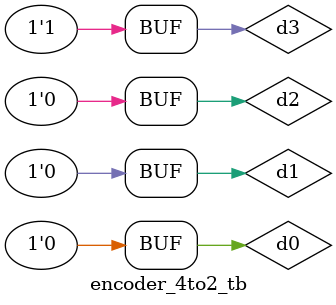
<source format=v>
module encoder_4to2(input d0,d1,d2,d3, output y0,y1);
or G1(y0,d3,d1);
or G2(y1,d2,d3);
endmodule


//testbench code

module encoder_4to2_tb();
reg d0,d1,d2,d3;
wire y0,y1;

encoder_4to2 EC(
                d0,d1,d2,d3,y0,y1
                );
initial 
begin
    d0=1; d1=0; d2=0; d3=0; #10;
    d0=0; d1=1; d2=0; d3=0; #10;
    d0=0; d1=0; d2=1; d3=0; #10;
    d0=0; d1=0; d2=0; d3=1; #10;
 end
 initial
    $monitor("d0=%0b      d1=%0b      d2=%0b      d3=%0b     y0=%0b      y1=%0b     $time=%0t",d0,d1,d2,d3,y0,y1,$time);
 endmodule

</source>
